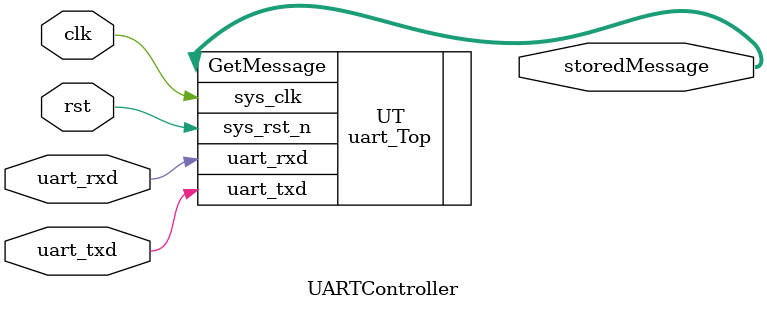
<source format=v>
`timescale 1ns / 1ps


module UARTController(
    input clk,
    input rst,
    input uart_rxd,
    input uart_txd,
    output [7:0] storedMessage // ÓÃÓÚ´æ´¢ÏûÏ¢µÄ¼Ä´æÆ÷
    );
    
    
    uart_Top UT(
        .sys_clk(clk),
        .sys_rst_n(rst),
        .GetMessage(storedMessage),
        .uart_rxd(uart_rxd),
        .uart_txd(uart_txd)
    );


endmodule

</source>
